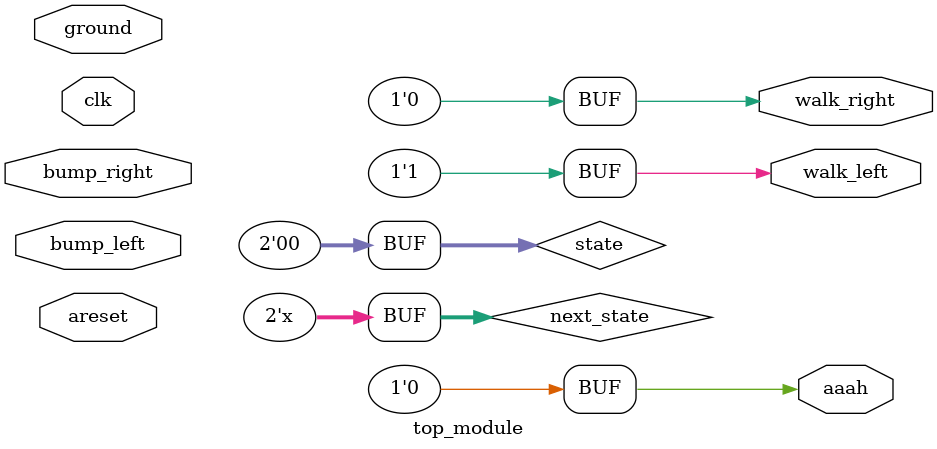
<source format=v>
module top_module(
    input clk,
    input areset,    // Freshly brainwashed Lemmings walk left.
    input bump_left,
    input bump_right,
    input ground,
    output walk_left,
    output walk_right,
    output aaah );  

    parameter s0=0, s1=1 , s2 = 2 , s3 = 3;
    reg [1:0] state, next_state;

    
    always @(*) begin
        case(state)
            s0 : next_state = (~ground) ? s2 :( bump_left ? s1 : s0 );
            s1 : next_state = (~ground) ? s3 :( bump_right ? s0 : s1 );
            s2 : next_state = (~ground) ? s2 : s0;
            s3 : next_state = (~ground) ? s3 : s1;
	default : state = s0;    
        endcase
    end
    
    
    
    always @(posedge clk, posedge areset) begin
        if(areset)
            state <= s0;
        else
            state <= next_state;
    end

        assign walk_left = (state == s0);
        assign walk_right = (state == s1);
        assign aaah = (state ==  s2 | state ==  s3);

endmodule



</source>
